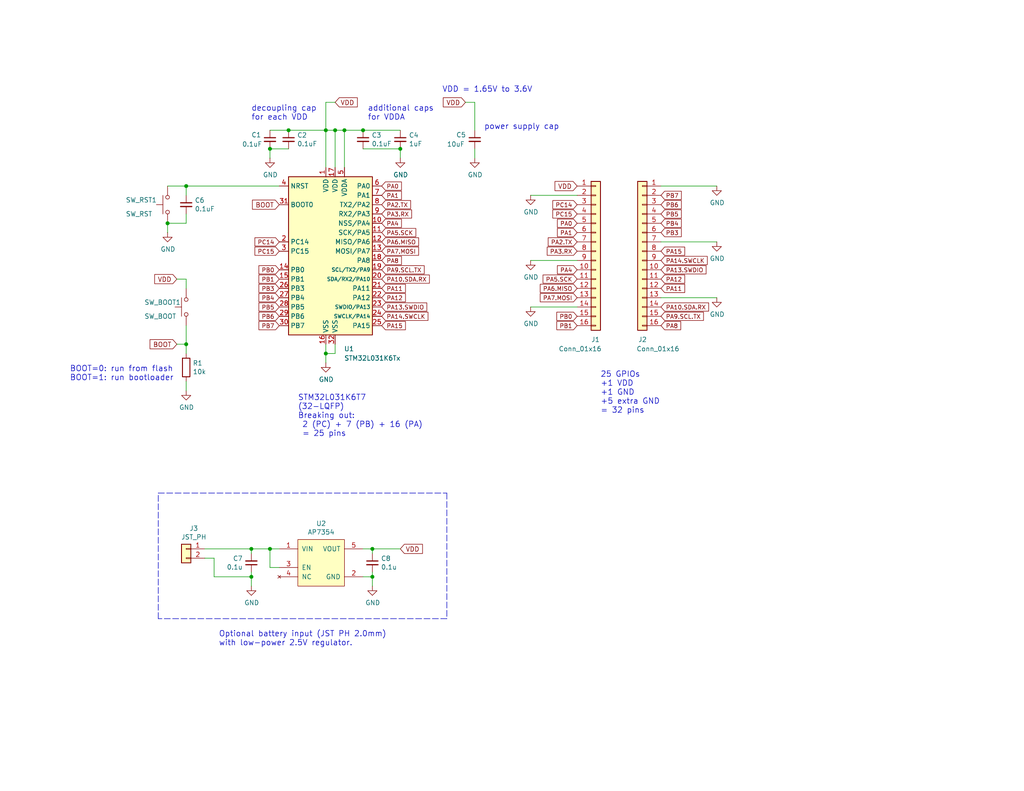
<source format=kicad_sch>
(kicad_sch (version 20231120) (generator "eeschema") (generator_version "8.0")
  (paper "USLetter")
  (title_block (title "STM32L031 (32-LQFP) Breakout") (date "2019-03-22") (comment 1 "creativecommons.org/licenses/by-sa/4.0/") (comment 2 "License: CC BY-SA 4.0") (comment 3 "(C) Vlad Belous"))
  (lib_symbols
    (symbol "Connector_Generic:Conn_01x02" (pin_names (offset 1.016) hide)
      (property "Reference" "J" (at 0 2.54 0))
      (property "Value" "Conn_01x02" (at 0 -5.08 0))
      (symbol "Conn_01x02_1_1"
        (rectangle (start -1.27 -2.413) (end 0 -2.667) (stroke (width 0.1524)))
        (rectangle (start -1.27 0.127) (end 0 -0.127) (stroke (width 0.1524)))
        (rectangle (start -1.27 1.27) (end 1.27 -3.81) (stroke (width 0.254)) (fill (type background)))
        (pin passive line (at -5.08 0 0) (length 3.81) (name "Pin_1") (number "1"))
        (pin passive line (at -5.08 -2.54 0) (length 3.81) (name "Pin_2") (number "2"))
      )
    )
    (symbol "Connector_Generic:Conn_01x16" (pin_names (offset 1.016) hide)
      (property "Reference" "J" (at 0 20.32 0))
      (property "Value" "Conn_01x16" (at 0 -22.86 0))
      (symbol "Conn_01x16_1_1"
        (rectangle (start -1.27 -20.193) (end 0 -20.447) (stroke (width 0.1524)))
        (rectangle (start -1.27 -17.653) (end 0 -17.907) (stroke (width 0.1524)))
        (rectangle (start -1.27 -15.113) (end 0 -15.367) (stroke (width 0.1524)))
        (rectangle (start -1.27 -12.573) (end 0 -12.827) (stroke (width 0.1524)))
        (rectangle (start -1.27 -10.033) (end 0 -10.287) (stroke (width 0.1524)))
        (rectangle (start -1.27 -7.493) (end 0 -7.747) (stroke (width 0.1524)))
        (rectangle (start -1.27 -4.953) (end 0 -5.207) (stroke (width 0.1524)))
        (rectangle (start -1.27 -2.413) (end 0 -2.667) (stroke (width 0.1524)))
        (rectangle (start -1.27 0.127) (end 0 -0.127) (stroke (width 0.1524)))
        (rectangle (start -1.27 2.667) (end 0 2.413) (stroke (width 0.1524)))
        (rectangle (start -1.27 5.207) (end 0 4.953) (stroke (width 0.1524)))
        (rectangle (start -1.27 7.747) (end 0 7.493) (stroke (width 0.1524)))
        (rectangle (start -1.27 10.287) (end 0 10.033) (stroke (width 0.1524)))
        (rectangle (start -1.27 12.827) (end 0 12.573) (stroke (width 0.1524)))
        (rectangle (start -1.27 15.367) (end 0 15.113) (stroke (width 0.1524)))
        (rectangle (start -1.27 17.907) (end 0 17.653) (stroke (width 0.1524)))
        (rectangle (start -1.27 19.05) (end 1.27 -21.59) (stroke (width 0.254)) (fill (type background)))
        (pin passive line (at -5.08 17.78 0) (length 3.81) (name "Pin_1") (number "1"))
        (pin passive line (at -5.08 -5.08 0) (length 3.81) (name "Pin_10") (number "10"))
        (pin passive line (at -5.08 -7.62 0) (length 3.81) (name "Pin_11") (number "11"))
        (pin passive line (at -5.08 -10.16 0) (length 3.81) (name "Pin_12") (number "12"))
        (pin passive line (at -5.08 -12.7 0) (length 3.81) (name "Pin_13") (number "13"))
        (pin passive line (at -5.08 -15.24 0) (length 3.81) (name "Pin_14") (number "14"))
        (pin passive line (at -5.08 -17.78 0) (length 3.81) (name "Pin_15") (number "15"))
        (pin passive line (at -5.08 -20.32 0) (length 3.81) (name "Pin_16") (number "16"))
        (pin passive line (at -5.08 15.24 0) (length 3.81) (name "Pin_2") (number "2"))
        (pin passive line (at -5.08 12.7 0) (length 3.81) (name "Pin_3") (number "3"))
        (pin passive line (at -5.08 10.16 0) (length 3.81) (name "Pin_4") (number "4"))
        (pin passive line (at -5.08 7.62 0) (length 3.81) (name "Pin_5") (number "5"))
        (pin passive line (at -5.08 5.08 0) (length 3.81) (name "Pin_6") (number "6"))
        (pin passive line (at -5.08 2.54 0) (length 3.81) (name "Pin_7") (number "7"))
        (pin passive line (at -5.08 0 0) (length 3.81) (name "Pin_8") (number "8"))
        (pin passive line (at -5.08 -2.54 0) (length 3.81) (name "Pin_9") (number "9"))
      )
    )
    (symbol "Device:C_Small" (pin_numbers hide) (pin_names (offset 0.254) hide)
      (property "Reference" "C" (at 0.254 1.778 0))
      (property "Value" "C_Small" (at 0.254 -2.032 0))
      (symbol "C_Small_0_1"
        (polyline (pts (xy -1.524 -0.508) (xy 1.524 -0.508)) (stroke (width 0.3302)))
        (polyline (pts (xy -1.524 0.508) (xy 1.524 0.508)) (stroke (width 0.3048)))
      )
      (symbol "C_Small_1_1"
        (pin passive line (at 0 2.54 270) (length 2.032) (name "~") (number "1"))
        (pin passive line (at 0 -2.54 90) (length 2.032) (name "~") (number "2"))
      )
    )
    (symbol "Device:R" (pin_numbers hide) (pin_names (offset 0))
      (property "Reference" "R" (at 2.032 0 90))
      (property "Value" "R" (at 0 0 90))
      (symbol "R_0_1"
        (rectangle (start -1.016 -2.54) (end 1.016 2.54) (stroke (width 0.254)))
      )
      (symbol "R_1_1"
        (pin passive line (at 0 3.81 270) (length 1.27) (name "~") (number "1"))
        (pin passive line (at 0 -3.81 90) (length 1.27) (name "~") (number "2"))
      )
    )
    (symbol "Switch:SW_Push" (pin_numbers hide) (pin_names (offset 1.016) hide)
      (property "Reference" "SW" (at 1.27 2.54 0))
      (property "Value" "SW_Push" (at 0 -1.524 0))
      (symbol "SW_Push_0_1"
        (circle (center -2.032 0) (radius 0.508))
        (polyline (pts (xy 0 1.27) (xy 0 3.048)))
        (polyline (pts (xy 2.54 1.27) (xy -2.54 1.27)))
        (circle (center 2.032 0) (radius 0.508))
        (pin passive line (at -5.08 0 0) (length 2.54) (name "1") (number "1"))
        (pin passive line (at 5.08 0 180) (length 2.54) (name "2") (number "2"))
      )
    )
    (symbol "local_symbols:AP7354" (pin_names (offset 1.016))
      (property "Reference" "U" (at -1.27 11.43 0))
      (property "Value" "AP7354" (at -1.27 -3.81 0))
      (symbol "AP7354_0_1"
        (rectangle (start -7.62 10.16) (end 5.08 -2.54) (fill (type background)))
      )
      (symbol "AP7354_1_1"
        (pin power_in line (at -12.7 7.62 0) (length 5.08) (name "VIN") (number "1"))
        (pin unspecified line (at 10.16 0 180) (length 5.08) (name "GND") (number "2"))
        (pin input line (at -12.7 2.54 0) (length 5.08) (name "EN") (number "3"))
        (pin no_connect line (at -12.7 0 0) (length 5.08) (name "NC") (number "4"))
        (pin power_out line (at 10.16 7.62 180) (length 5.08) (name "VOUT") (number "5"))
      )
    )
    (symbol "local_symbols:STM32L031K6Tx"
      (property "Reference" "U" (at -12.7 21.59 0))
      (property "Value" "STM32L031K6Tx" (at 5.08 21.59 0))
      (symbol "STM32L031K6Tx_0_1"
        (rectangle (start -12.7 -22.86) (end 10.16 20.32) (stroke (width 0.254)) (fill (type background)))
      )
      (symbol "STM32L031K6Tx_1_1"
        (pin power_in line (at -2.54 22.86 270) (length 2.54) (name "VDD") (number "1"))
        (pin bidirectional line (at 12.7 7.62 180) (length 2.54) (name "NSS/PA4") (number "10"))
        (pin bidirectional line (at 12.7 5.08 180) (length 2.54) (name "SCK/PA5") (number "11"))
        (pin bidirectional line (at 12.7 2.54 180) (length 2.54) (name "MISO/PA6") (number "12"))
        (pin bidirectional line (at 12.7 0 180) (length 2.54) (name "MOSI/PA7") (number "13"))
        (pin bidirectional line (at -15.24 -5.08 0) (length 2.54) (name "PB0") (number "14"))
        (pin bidirectional line (at -15.24 -7.62 0) (length 2.54) (name "PB1") (number "15"))
        (pin power_in line (at -2.54 -25.4 90) (length 2.54) (name "VSS") (number "16"))
        (pin power_in line (at 0 22.86 270) (length 2.54) (name "VDD") (number "17"))
        (pin bidirectional line (at 12.7 -2.54 180) (length 2.54) (name "PA8") (number "18"))
        (pin bidirectional line (at 12.7 -5.08 180) (length 2.54) (name "SCL/TX2/PA9") (number "19"))
        (pin bidirectional line (at -15.24 2.54 0) (length 2.54) (name "PC14") (number "2"))
        (pin bidirectional line (at 12.7 -7.62 180) (length 2.54) (name "SDA/RX2/PA10") (number "20"))
        (pin bidirectional line (at 12.7 -10.16 180) (length 2.54) (name "PA11") (number "21"))
        (pin bidirectional line (at 12.7 -12.7 180) (length 2.54) (name "PA12") (number "22"))
        (pin bidirectional line (at 12.7 -15.24 180) (length 2.54) (name "SWDIO/PA13") (number "23"))
        (pin bidirectional line (at 12.7 -17.78 180) (length 2.54) (name "SWCLK/PA14") (number "24"))
        (pin bidirectional line (at 12.7 -20.32 180) (length 2.54) (name "PA15") (number "25"))
        (pin bidirectional line (at -15.24 -10.16 0) (length 2.54) (name "PB3") (number "26"))
        (pin bidirectional line (at -15.24 -12.7 0) (length 2.54) (name "PB4") (number "27"))
        (pin bidirectional line (at -15.24 -15.24 0) (length 2.54) (name "PB5") (number "28"))
        (pin bidirectional line (at -15.24 -17.78 0) (length 2.54) (name "PB6") (number "29"))
        (pin bidirectional line (at -15.24 0 0) (length 2.54) (name "PC15") (number "3"))
        (pin bidirectional line (at -15.24 -20.32 0) (length 2.54) (name "PB7") (number "30"))
        (pin input line (at -15.24 12.7 0) (length 2.54) (name "BOOT0") (number "31"))
        (pin power_in line (at 0 -25.4 90) (length 2.54) (name "VSS") (number "32"))
        (pin input line (at -15.24 17.78 0) (length 2.54) (name "NRST") (number "4"))
        (pin power_in line (at 2.54 22.86 270) (length 2.54) (name "VDDA") (number "5"))
        (pin bidirectional line (at 12.7 17.78 180) (length 2.54) (name "PA0") (number "6"))
        (pin bidirectional line (at 12.7 15.24 180) (length 2.54) (name "PA1") (number "7"))
        (pin bidirectional line (at 12.7 12.7 180) (length 2.54) (name "TX2/PA2") (number "8"))
        (pin bidirectional line (at 12.7 10.16 180) (length 2.54) (name "RX2/PA3") (number "9"))
      )
    )
    (symbol "power:GND" (power) (pin_numbers hide) (pin_names (offset 0) hide)
      (property "Value" "GND" (at 0 -3.81 0))
      (symbol "GND_0_1"
        (polyline (pts (xy 0 0) (xy 0 -1.27) (xy 1.27 -1.27) (xy 0 -2.54) (xy -1.27 -1.27) (xy 0 -1.27)))
      )
      (symbol "GND_1_1"
        (pin power_in line (at 0 0 270) (length 0) (name "~") (number "1"))
      )
    )
  )
  (junction (at 68.58 149.86))
  (junction (at 78.74 35.56))
  (junction (at 91.44 35.56))
  (junction (at 50.8 93.98))
  (junction (at 45.72 60.96))
  (junction (at 88.9 96.52))
  (junction (at 101.6 149.86))
  (junction (at 88.9 35.56))
  (junction (at 101.6 157.48))
  (junction (at 50.8 50.8))
  (junction (at 73.66 40.64))
  (junction (at 68.58 157.48))
  (junction (at 109.22 40.64))
  (junction (at 99.06 35.56))
  (junction (at 73.66 149.86))
  (junction (at 93.98 35.56))
  (wire (pts (xy 50.8 50.8) (xy 50.8 53.34)))
  (wire (pts (xy 93.98 35.56) (xy 99.06 35.56)))
  (wire (pts (xy 76.2 154.94) (xy 73.66 154.94)))
  (wire (pts (xy 88.9 45.72) (xy 88.9 35.56)))
  (wire (pts (xy 180.34 66.04) (xy 195.58 66.04)))
  (wire (pts (xy 45.72 60.96) (xy 45.72 63.5)))
  (wire (pts (xy 129.54 27.94) (xy 127 27.94)))
  (wire (pts (xy 91.44 96.52) (xy 88.9 96.52)))
  (wire (pts (xy 50.8 93.98) (xy 50.8 88.9)))
  (wire (pts (xy 68.58 157.48) (xy 68.58 160.02)))
  (wire (pts (xy 144.78 71.12) (xy 157.48 71.12)))
  (wire (pts (xy 180.34 81.28) (xy 195.58 81.28)))
  (wire (pts (xy 99.06 35.56) (xy 109.22 35.56)))
  (wire (pts (xy 48.26 93.98) (xy 50.8 93.98)))
  (wire (pts (xy 76.2 50.8) (xy 50.8 50.8)))
  (polyline (pts (xy 121.92 168.91) (xy 43.18 168.91)) (stroke (width 0) (type dash)))
  (wire (pts (xy 50.8 50.8) (xy 45.72 50.8)))
  (wire (pts (xy 78.74 35.56) (xy 73.66 35.56)))
  (wire (pts (xy 50.8 76.2) (xy 50.8 78.74)))
  (wire (pts (xy 50.8 60.96) (xy 45.72 60.96)))
  (wire (pts (xy 55.88 152.4) (xy 58.42 152.4)))
  (wire (pts (xy 50.8 93.98) (xy 50.8 96.52)))
  (wire (pts (xy 68.58 149.86) (xy 68.58 151.13)))
  (wire (pts (xy 88.9 27.94) (xy 91.44 27.94)))
  (wire (pts (xy 88.9 93.98) (xy 88.9 96.52)))
  (wire (pts (xy 88.9 35.56) (xy 78.74 35.56)))
  (wire (pts (xy 101.6 149.86) (xy 101.6 151.13)))
  (wire (pts (xy 144.78 53.34) (xy 157.48 53.34)))
  (wire (pts (xy 91.44 93.98) (xy 91.44 96.52)))
  (wire (pts (xy 73.66 40.64) (xy 73.66 43.18)))
  (wire (pts (xy 55.88 149.86) (xy 68.58 149.86)))
  (wire (pts (xy 109.22 40.64) (xy 109.22 43.18)))
  (wire (pts (xy 99.06 149.86) (xy 101.6 149.86)))
  (wire (pts (xy 99.06 40.64) (xy 109.22 40.64)))
  (wire (pts (xy 73.66 154.94) (xy 73.66 149.86)))
  (wire (pts (xy 101.6 157.48) (xy 101.6 156.21)))
  (polyline (pts (xy 43.18 168.91) (xy 43.18 134.62)) (stroke (width 0) (type dash)))
  (wire (pts (xy 93.98 45.72) (xy 93.98 35.56)))
  (wire (pts (xy 129.54 40.64) (xy 129.54 43.18)))
  (wire (pts (xy 73.66 149.86) (xy 68.58 149.86)))
  (wire (pts (xy 58.42 157.48) (xy 68.58 157.48)))
  (wire (pts (xy 101.6 149.86) (xy 109.22 149.86)))
  (wire (pts (xy 50.8 104.14) (xy 50.8 106.68)))
  (wire (pts (xy 99.06 157.48) (xy 101.6 157.48)))
  (wire (pts (xy 78.74 40.64) (xy 73.66 40.64)))
  (polyline (pts (xy 121.92 134.62) (xy 121.92 168.91)) (stroke (width 0) (type dash)))
  (polyline (pts (xy 43.18 134.62) (xy 121.92 134.62)) (stroke (width 0) (type dash)))
  (wire (pts (xy 144.78 83.82) (xy 157.48 83.82)))
  (wire (pts (xy 68.58 156.21) (xy 68.58 157.48)))
  (wire (pts (xy 50.8 58.42) (xy 50.8 60.96)))
  (wire (pts (xy 180.34 50.8) (xy 195.58 50.8)))
  (wire (pts (xy 88.9 35.56) (xy 88.9 27.94)))
  (wire (pts (xy 88.9 96.52) (xy 88.9 99.06)))
  (wire (pts (xy 91.44 45.72) (xy 91.44 35.56)))
  (wire (pts (xy 58.42 152.4) (xy 58.42 157.48)))
  (wire (pts (xy 129.54 35.56) (xy 129.54 27.94)))
  (wire (pts (xy 73.66 149.86) (xy 76.2 149.86)))
  (wire (pts (xy 91.44 35.56) (xy 88.9 35.56)))
  (wire (pts (xy 48.26 76.2) (xy 50.8 76.2)))
  (wire (pts (xy 101.6 157.48) (xy 101.6 160.02)))
  (wire (pts (xy 93.98 35.56) (xy 91.44 35.56)))
  (text "25 GPIOs\n+1 VDD\n+1 GND\n+5 extra GND\n= 32 pins" (at 163.83 113.03 0) (effects (font (size 1.524 1.524)) (justify left bottom)))
  (text "Optional battery input (JST PH 2.0mm)\nwith low-power 2.5V regulator." (at 59.69 176.53 0) (effects (font (size 1.524 1.524)) (justify left bottom)))
  (text "STM32L031K6T7\n(32-LQFP)\nBreaking out:\n 2 (PC) + 7 (PB) + 16 (PA)\n = 25 pins" (at 81.28 119.38 0) (effects (font (size 1.524 1.524)) (justify left bottom)))
  (text "BOOT=0: run from flash\nBOOT=1: run bootloader" (at 19.05 104.14 0) (effects (font (size 1.524 1.524)) (justify left bottom)))
  (text "power supply cap" (at 132.08 35.56 0) (effects (font (size 1.524 1.524)) (justify left bottom)))
  (text "VDD = 1.65V to 3.6V" (at 120.65 25.4 0) (effects (font (size 1.524 1.524)) (justify left bottom)))
  (text "additional caps\nfor VDDA" (at 100.33 33.02 0) (effects (font (size 1.524 1.524)) (justify left bottom)))
  (text "decoupling cap\nfor each VDD" (at 68.58 33.02 0) (effects (font (size 1.524 1.524)) (justify left bottom)))
  (global_label "PA10.SDA.RX" (shape input) (at 104.14 76.2 0) (effects (font (size 1.143 1.143))) (property "Intersheetrefs" "${INTERSHEET_REFS}" (effects (hide yes))))
  (global_label "PB0" (shape input) (at 76.2 73.66 180) (effects (font (size 1.143 1.143))) (property "Intersheetrefs" "${INTERSHEET_REFS}" (effects (hide yes))))
  (global_label "PC15" (shape input) (at 157.48 58.42 180) (effects (font (size 1.143 1.143))) (property "Intersheetrefs" "${INTERSHEET_REFS}" (effects (hide yes))))
  (global_label "PA5.SCK" (shape input) (at 104.14 63.5 0) (effects (font (size 1.143 1.143))) (property "Intersheetrefs" "${INTERSHEET_REFS}" (effects (hide yes))))
  (global_label "PA3.RX" (shape input) (at 104.14 58.42 0) (effects (font (size 1.143 1.143))) (property "Intersheetrefs" "${INTERSHEET_REFS}" (effects (hide yes))))
  (global_label "PA11" (shape input) (at 104.14 78.74 0) (effects (font (size 1.143 1.143))) (property "Intersheetrefs" "${INTERSHEET_REFS}" (effects (hide yes))))
  (global_label "PA0" (shape input) (at 157.48 60.96 180) (effects (font (size 1.143 1.143))) (property "Intersheetrefs" "${INTERSHEET_REFS}" (effects (hide yes))))
  (global_label "PB7" (shape input) (at 180.34 53.34 0) (effects (font (size 1.143 1.143))) (property "Intersheetrefs" "${INTERSHEET_REFS}" (effects (hide yes))))
  (global_label "PA9.SCL.TX" (shape input) (at 180.34 86.36 0) (effects (font (size 1.143 1.143))) (property "Intersheetrefs" "${INTERSHEET_REFS}" (effects (hide yes))))
  (global_label "PA8" (shape input) (at 180.34 88.9 0) (effects (font (size 1.143 1.143))) (property "Intersheetrefs" "${INTERSHEET_REFS}" (effects (hide yes))))
  (global_label "PC14" (shape input) (at 76.2 66.04 180) (effects (font (size 1.143 1.143))) (property "Intersheetrefs" "${INTERSHEET_REFS}" (effects (hide yes))))
  (global_label "PA6.MISO" (shape input) (at 104.14 66.04 0) (effects (font (size 1.143 1.143))) (property "Intersheetrefs" "${INTERSHEET_REFS}" (effects (hide yes))))
  (global_label "BOOT" (shape input) (at 48.26 93.98 180) (property "Intersheetrefs" "${INTERSHEET_REFS}" (effects (hide yes))))
  (global_label "VDD" (shape input) (at 48.26 76.2 180) (property "Intersheetrefs" "${INTERSHEET_REFS}" (effects (hide yes))))
  (global_label "PC15" (shape input) (at 76.2 68.58 180) (effects (font (size 1.143 1.143))) (property "Intersheetrefs" "${INTERSHEET_REFS}" (effects (hide yes))))
  (global_label "PB6" (shape input) (at 180.34 55.88 0) (effects (font (size 1.143 1.143))) (property "Intersheetrefs" "${INTERSHEET_REFS}" (effects (hide yes))))
  (global_label "PC14" (shape input) (at 157.48 55.88 180) (effects (font (size 1.143 1.143))) (property "Intersheetrefs" "${INTERSHEET_REFS}" (effects (hide yes))))
  (global_label "PA3.RX" (shape input) (at 157.48 68.58 180) (effects (font (size 1.143 1.143))) (property "Intersheetrefs" "${INTERSHEET_REFS}" (effects (hide yes))))
  (global_label "PA7.MOSI" (shape input) (at 104.14 68.58 0) (effects (font (size 1.143 1.143))) (property "Intersheetrefs" "${INTERSHEET_REFS}" (effects (hide yes))))
  (global_label "VDD" (shape input) (at 109.22 149.86 0) (property "Intersheetrefs" "${INTERSHEET_REFS}" (effects (hide yes))))
  (global_label "PB3" (shape input) (at 76.2 78.74 180) (effects (font (size 1.143 1.143))) (property "Intersheetrefs" "${INTERSHEET_REFS}" (effects (hide yes))))
  (global_label "PA14.SWCLK" (shape input) (at 104.14 86.36 0) (effects (font (size 1.143 1.143))) (property "Intersheetrefs" "${INTERSHEET_REFS}" (effects (hide yes))))
  (global_label "PA7.MOSI" (shape input) (at 157.48 81.28 180) (effects (font (size 1.143 1.143))) (property "Intersheetrefs" "${INTERSHEET_REFS}" (effects (hide yes))))
  (global_label "PA4" (shape input) (at 104.14 60.96 0) (effects (font (size 1.143 1.143))) (property "Intersheetrefs" "${INTERSHEET_REFS}" (effects (hide yes))))
  (global_label "PA8" (shape input) (at 104.14 71.12 0) (effects (font (size 1.143 1.143))) (property "Intersheetrefs" "${INTERSHEET_REFS}" (effects (hide yes))))
  (global_label "VDD" (shape input) (at 127 27.94 180) (property "Intersheetrefs" "${INTERSHEET_REFS}" (effects (hide yes))))
  (global_label "VDD" (shape input) (at 157.48 50.8 180) (property "Intersheetrefs" "${INTERSHEET_REFS}" (effects (hide yes))))
  (global_label "PA0" (shape input) (at 104.14 50.8 0) (effects (font (size 1.143 1.143))) (property "Intersheetrefs" "${INTERSHEET_REFS}" (effects (hide yes))))
  (global_label "PB5" (shape input) (at 76.2 83.82 180) (effects (font (size 1.143 1.143))) (property "Intersheetrefs" "${INTERSHEET_REFS}" (effects (hide yes))))
  (global_label "PA5.SCK" (shape input) (at 157.48 76.2 180) (effects (font (size 1.143 1.143))) (property "Intersheetrefs" "${INTERSHEET_REFS}" (effects (hide yes))))
  (global_label "PA12" (shape input) (at 180.34 76.2 0) (effects (font (size 1.143 1.143))) (property "Intersheetrefs" "${INTERSHEET_REFS}" (effects (hide yes))))
  (global_label "PA9.SCL.TX" (shape input) (at 104.14 73.66 0) (effects (font (size 1.143 1.143))) (property "Intersheetrefs" "${INTERSHEET_REFS}" (effects (hide yes))))
  (global_label "VDD" (shape input) (at 91.44 27.94 0) (property "Intersheetrefs" "${INTERSHEET_REFS}" (effects (hide yes))))
  (global_label "PB1" (shape input) (at 157.48 88.9 180) (effects (font (size 1.143 1.143))) (property "Intersheetrefs" "${INTERSHEET_REFS}" (effects (hide yes))))
  (global_label "PA1" (shape input) (at 157.48 63.5 180) (effects (font (size 1.143 1.143))) (property "Intersheetrefs" "${INTERSHEET_REFS}" (effects (hide yes))))
  (global_label "PA14.SWCLK" (shape input) (at 180.34 71.12 0) (effects (font (size 1.143 1.143))) (property "Intersheetrefs" "${INTERSHEET_REFS}" (effects (hide yes))))
  (global_label "PB7" (shape input) (at 76.2 88.9 180) (effects (font (size 1.143 1.143))) (property "Intersheetrefs" "${INTERSHEET_REFS}" (effects (hide yes))))
  (global_label "PA15" (shape input) (at 104.14 88.9 0) (effects (font (size 1.143 1.143))) (property "Intersheetrefs" "${INTERSHEET_REFS}" (effects (hide yes))))
  (global_label "PB4" (shape input) (at 76.2 81.28 180) (effects (font (size 1.143 1.143))) (property "Intersheetrefs" "${INTERSHEET_REFS}" (effects (hide yes))))
  (global_label "PA15" (shape input) (at 180.34 68.58 0) (effects (font (size 1.143 1.143))) (property "Intersheetrefs" "${INTERSHEET_REFS}" (effects (hide yes))))
  (global_label "PB1" (shape input) (at 76.2 76.2 180) (effects (font (size 1.143 1.143))) (property "Intersheetrefs" "${INTERSHEET_REFS}" (effects (hide yes))))
  (global_label "PA6.MISO" (shape input) (at 157.48 78.74 180) (effects (font (size 1.143 1.143))) (property "Intersheetrefs" "${INTERSHEET_REFS}" (effects (hide yes))))
  (global_label "PA1" (shape input) (at 104.14 53.34 0) (effects (font (size 1.143 1.143))) (property "Intersheetrefs" "${INTERSHEET_REFS}" (effects (hide yes))))
  (global_label "PA12" (shape input) (at 104.14 81.28 0) (effects (font (size 1.143 1.143))) (property "Intersheetrefs" "${INTERSHEET_REFS}" (effects (hide yes))))
  (global_label "PB0" (shape input) (at 157.48 86.36 180) (effects (font (size 1.143 1.143))) (property "Intersheetrefs" "${INTERSHEET_REFS}" (effects (hide yes))))
  (global_label "PA2.TX" (shape input) (at 157.48 66.04 180) (effects (font (size 1.143 1.143))) (property "Intersheetrefs" "${INTERSHEET_REFS}" (effects (hide yes))))
  (global_label "PB5" (shape input) (at 180.34 58.42 0) (effects (font (size 1.143 1.143))) (property "Intersheetrefs" "${INTERSHEET_REFS}" (effects (hide yes))))
  (global_label "PA11" (shape input) (at 180.34 78.74 0) (effects (font (size 1.143 1.143))) (property "Intersheetrefs" "${INTERSHEET_REFS}" (effects (hide yes))))
  (global_label "PB4" (shape input) (at 180.34 60.96 0) (effects (font (size 1.143 1.143))) (property "Intersheetrefs" "${INTERSHEET_REFS}" (effects (hide yes))))
  (global_label "PA13.SWDIO" (shape input) (at 180.34 73.66 0) (effects (font (size 1.143 1.143))) (property "Intersheetrefs" "${INTERSHEET_REFS}" (effects (hide yes))))
  (global_label "PA2.TX" (shape input) (at 104.14 55.88 0) (effects (font (size 1.143 1.143))) (property "Intersheetrefs" "${INTERSHEET_REFS}" (effects (hide yes))))
  (global_label "PA4" (shape input) (at 157.48 73.66 180) (effects (font (size 1.143 1.143))) (property "Intersheetrefs" "${INTERSHEET_REFS}" (effects (hide yes))))
  (global_label "PB3" (shape input) (at 180.34 63.5 0) (effects (font (size 1.143 1.143))) (property "Intersheetrefs" "${INTERSHEET_REFS}" (effects (hide yes))))
  (global_label "BOOT" (shape input) (at 76.2 55.88 180) (property "Intersheetrefs" "${INTERSHEET_REFS}" (effects (hide yes))))
  (global_label "PA13.SWDIO" (shape input) (at 104.14 83.82 0) (effects (font (size 1.143 1.143))) (property "Intersheetrefs" "${INTERSHEET_REFS}" (effects (hide yes))))
  (global_label "PB6" (shape input) (at 76.2 86.36 180) (effects (font (size 1.143 1.143))) (property "Intersheetrefs" "${INTERSHEET_REFS}" (effects (hide yes))))
  (global_label "PA10.SDA.RX" (shape input) (at 180.34 83.82 0) (effects (font (size 1.143 1.143))) (property "Intersheetrefs" "${INTERSHEET_REFS}" (effects (hide yes))))
  (symbol (lib_id "local_symbols:STM32L031K6Tx") (at 91.44 68.58 0) (unit 1)
    (property "Reference" "U1" (at 95.25 95.25 0))
    (property "Value" "STM32L031K6Tx" (at 101.6 97.79 0))
    (property "Footprint" "local_footprints:TQFP-32_7x7mm_Pitch0.8mm_HS_narrow_pads" (effects (hide yes)))
  )
  (symbol (lib_id "Device:C_Small") (at 78.74 38.1 0) (unit 1)
    (property "Reference" "C2" (at 81.0768 36.9062 0) (effects (justify left)))
    (property "Value" "0.1uF" (at 81.0768 39.2684 0) (effects (justify left)))
    (property "Footprint" "local_footprints:0805_HS" (effects (hide yes)))
  )
  (symbol (lib_id "Device:C_Small") (at 73.66 38.1 0) (unit 1)
    (property "Reference" "C1" (at 68.58 36.83 0) (effects (justify left)))
    (property "Value" "0.1uF" (at 66.04 39.37 0) (effects (justify left)))
    (property "Footprint" "local_footprints:0805_HS" (effects (hide yes)))
  )
  (symbol (lib_id "Device:C_Small") (at 99.06 38.1 0) (unit 1)
    (property "Reference" "C3" (at 101.3968 36.9062 0) (effects (justify left)))
    (property "Value" "0.1uF" (at 101.3968 39.2684 0) (effects (justify left)))
    (property "Footprint" "local_footprints:0805_HS" (effects (hide yes)))
  )
  (symbol (lib_id "Device:C_Small") (at 109.22 38.1 0) (unit 1)
    (property "Reference" "C4" (at 111.5568 36.9062 0) (effects (justify left)))
    (property "Value" "1uF" (at 111.5568 39.2684 0) (effects (justify left)))
    (property "Footprint" "local_footprints:1206_HS" (effects (hide yes)))
  )
  (symbol (lib_id "power:GND") (at 109.22 43.18 0) (unit 1)
    (property "Reference" "#PWR0101" (effects (hide yes)))
    (property "Value" "GND" (at 109.3216 47.7266 0))
  )
  (symbol (lib_id "Device:C_Small") (at 129.54 38.1 0) (unit 1)
    (property "Reference" "C5" (at 124.46 36.83 0) (effects (justify left)))
    (property "Value" "10uF" (at 121.92 39.37 0) (effects (justify left)))
    (property "Footprint" "local_footprints:1210_HS" (effects (hide yes)))
  )
  (symbol (lib_id "power:GND") (at 73.66 43.18 0) (unit 1)
    (property "Reference" "#PWR0102" (effects (hide yes)))
    (property "Value" "GND" (at 73.7616 47.7266 0))
  )
  (symbol (lib_id "Connector_Generic:Conn_01x16") (at 162.56 68.58 0) (unit 1)
    (property "Reference" "J1" (at 161.29 92.71 0) (effects (justify left)))
    (property "Value" "Conn_01x16" (at 152.4 95.25 0) (effects (justify left)))
    (property "Footprint" "local_footprints:Pin_Header_Straight_1x16_Pitch2.54mm" (effects (hide yes)))
  )
  (symbol (lib_id "Switch:SW_Push") (at 45.72 55.88 90) (unit 1)
    (property "Reference" "SW_RST1" (at 34.29 54.61 90) (effects (justify right)))
    (property "Value" "SW_RST" (at 34.29 58.42 90) (effects (justify right)))
    (property "Footprint" "local_footprints:SW_SPST_PUSH_6mm_3mm" (effects (hide yes)))
  )
  (symbol (lib_id "power:GND") (at 45.72 63.5 0) (unit 1)
    (property "Reference" "#PWR0103" (effects (hide yes)))
    (property "Value" "GND" (at 45.8216 68.0466 0))
  )
  (symbol (lib_id "Connector_Generic:Conn_01x16") (at 175.26 68.58 0) (mirror y) (unit 1)
    (property "Reference" "J2" (at 176.53 92.71 0) (effects (justify left)))
    (property "Value" "Conn_01x16" (at 185.42 95.25 0) (effects (justify left)))
    (property "Footprint" "local_footprints:Pin_Header_Straight_1x16_Pitch2.54mm" (effects (hide yes)))
  )
  (symbol (lib_id "Device:C_Small") (at 50.8 55.88 0) (unit 1)
    (property "Reference" "C6" (at 53.1368 54.6862 0) (effects (justify left)))
    (property "Value" "0.1uF" (at 53.1368 57.0484 0) (effects (justify left)))
    (property "Footprint" "local_footprints:0805_HS" (effects (hide yes)))
  )
  (symbol (lib_id "Switch:SW_Push") (at 50.8 83.82 90) (unit 1)
    (property "Reference" "SW_BOOT1" (at 39.37 82.55 90) (effects (justify right)))
    (property "Value" "SW_BOOT" (at 39.37 86.36 90) (effects (justify right)))
    (property "Footprint" "local_footprints:SW_SPST_PUSH_6mm_3mm" (effects (hide yes)))
  )
  (symbol (lib_id "Device:R") (at 50.8 100.33 0) (unit 1)
    (property "Reference" "R1" (at 52.578 99.1362 0) (effects (justify left)))
    (property "Value" "10k" (at 52.578 101.4984 0) (effects (justify left)))
    (property "Footprint" "local_footprints:0805_HS" (effects (hide yes)))
  )
  (symbol (lib_id "power:GND") (at 50.8 106.68 0) (unit 1)
    (property "Reference" "#PWR0104" (effects (hide yes)))
    (property "Value" "GND" (at 50.9016 111.2266 0))
  )
  (symbol (lib_id "power:GND") (at 88.9 99.06 0) (unit 1)
    (property "Reference" "#PWR0105" (effects (hide yes)))
    (property "Value" "GND" (at 89.0016 103.6066 0))
  )
  (symbol (lib_id "power:GND") (at 129.54 43.18 0) (unit 1)
    (property "Reference" "#PWR0106" (effects (hide yes)))
    (property "Value" "GND" (at 129.6416 47.7266 0))
  )
  (symbol (lib_id "power:GND") (at 144.78 53.34 0) (unit 1)
    (property "Reference" "#PWR0107" (effects (hide yes)))
    (property "Value" "GND" (at 144.8816 57.8866 0))
  )
  (symbol (lib_id "power:GND") (at 144.78 71.12 0) (unit 1)
    (property "Reference" "#PWR0108" (effects (hide yes)))
    (property "Value" "GND" (at 144.8816 75.6666 0))
  )
  (symbol (lib_id "power:GND") (at 144.78 83.82 0) (unit 1)
    (property "Reference" "#PWR0109" (effects (hide yes)))
    (property "Value" "GND" (at 144.8816 88.3666 0))
  )
  (symbol (lib_id "power:GND") (at 195.58 66.04 0) (unit 1)
    (property "Reference" "#PWR0110" (effects (hide yes)))
    (property "Value" "GND" (at 195.6816 70.5866 0))
  )
  (symbol (lib_id "power:GND") (at 195.58 81.28 0) (unit 1)
    (property "Reference" "#PWR0111" (effects (hide yes)))
    (property "Value" "GND" (at 195.6816 85.8266 0))
  )
  (symbol (lib_id "power:GND") (at 195.58 50.8 0) (unit 1)
    (property "Reference" "#PWR0112" (effects (hide yes)))
    (property "Value" "GND" (at 195.6816 55.3466 0))
  )
  (symbol (lib_id "local_symbols:AP7354") (at 88.9 157.48 0) (unit 1)
    (property "Reference" "U2" (at 87.63 142.9258 0))
    (property "Value" "AP7354" (at 87.63 145.288 0))
    (property "Footprint" "local_footprints:SOT-23-5_HS" (effects (hide yes)))
  )
  (symbol (lib_id "Device:C_Small") (at 101.6 153.67 0) (unit 1)
    (property "Reference" "C8" (at 103.9368 152.4762 0) (effects (justify left)))
    (property "Value" "0.1u" (at 103.9368 154.8384 0) (effects (justify left)))
    (property "Footprint" "local_footprints:0805_HS" (effects (hide yes)))
  )
  (symbol (lib_id "power:GND") (at 101.6 160.02 0) (unit 1)
    (property "Reference" "#PWR02" (effects (hide yes)))
    (property "Value" "GND" (at 101.7016 164.5666 0))
  )
  (symbol (lib_id "Device:C_Small") (at 68.58 153.67 0) (mirror x) (unit 1)
    (property "Reference" "C7" (at 66.2432 152.4762 0) (effects (justify right)))
    (property "Value" "0.1u" (at 66.2432 154.8384 0) (effects (justify right)))
    (property "Footprint" "local_footprints:0805_HS" (effects (hide yes)))
  )
  (symbol (lib_id "power:GND") (at 68.58 160.02 0) (unit 1)
    (property "Reference" "#PWR01" (effects (hide yes)))
    (property "Value" "GND" (at 68.6816 164.5666 0))
  )
  (symbol (lib_id "Connector_Generic:Conn_01x02") (at 50.8 149.86 0) (mirror y) (unit 1)
    (property "Reference" "J3" (at 52.8828 144.272 0))
    (property "Value" "JST_PH" (at 52.8828 146.6342 0))
    (property "Footprint" "local_footprints:JST_PH_S2B-PH-K_02x2.00mm_Angled_WiderHole" (effects (hide yes)))
  )
)
</source>
